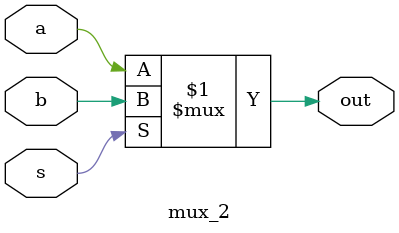
<source format=v>

module mux_2 (a, b, s, out);

output out;
input a, b, s;

assign out=(s)?b:a;

endmodule

</source>
